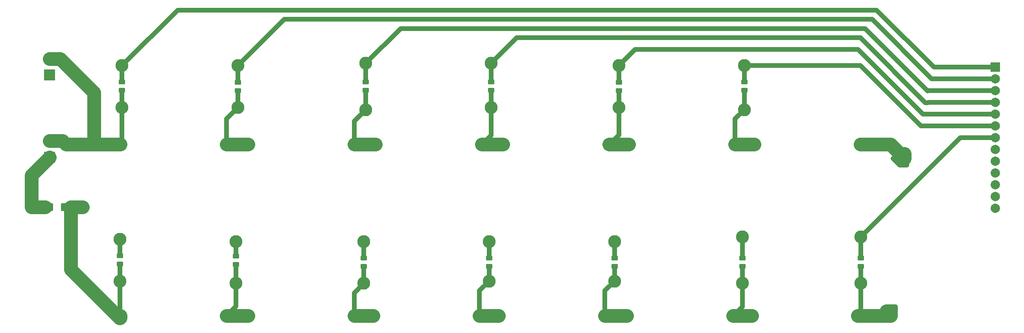
<source format=gbr>
%TF.GenerationSoftware,KiCad,Pcbnew,8.0.4*%
%TF.CreationDate,2024-09-08T23:33:26-07:00*%
%TF.ProjectId,FakePack,46616b65-5061-4636-9b2e-6b696361645f,rev?*%
%TF.SameCoordinates,Original*%
%TF.FileFunction,Copper,L1,Top*%
%TF.FilePolarity,Positive*%
%FSLAX46Y46*%
G04 Gerber Fmt 4.6, Leading zero omitted, Abs format (unit mm)*
G04 Created by KiCad (PCBNEW 8.0.4) date 2024-09-08 23:33:26*
%MOMM*%
%LPD*%
G01*
G04 APERTURE LIST*
G04 Aperture macros list*
%AMRoundRect*
0 Rectangle with rounded corners*
0 $1 Rounding radius*
0 $2 $3 $4 $5 $6 $7 $8 $9 X,Y pos of 4 corners*
0 Add a 4 corners polygon primitive as box body*
4,1,4,$2,$3,$4,$5,$6,$7,$8,$9,$2,$3,0*
0 Add four circle primitives for the rounded corners*
1,1,$1+$1,$2,$3*
1,1,$1+$1,$4,$5*
1,1,$1+$1,$6,$7*
1,1,$1+$1,$8,$9*
0 Add four rect primitives between the rounded corners*
20,1,$1+$1,$2,$3,$4,$5,0*
20,1,$1+$1,$4,$5,$6,$7,0*
20,1,$1+$1,$6,$7,$8,$9,0*
20,1,$1+$1,$8,$9,$2,$3,0*%
G04 Aperture macros list end*
%TA.AperFunction,ComponentPad*%
%ADD10R,2.400000X2.400000*%
%TD*%
%TA.AperFunction,ComponentPad*%
%ADD11C,2.400000*%
%TD*%
%TA.AperFunction,ComponentPad*%
%ADD12C,2.800000*%
%TD*%
%TA.AperFunction,SMDPad,CuDef*%
%ADD13RoundRect,0.250000X0.450000X-0.262500X0.450000X0.262500X-0.450000X0.262500X-0.450000X-0.262500X0*%
%TD*%
%TA.AperFunction,SMDPad,CuDef*%
%ADD14RoundRect,0.250000X-0.312500X-0.625000X0.312500X-0.625000X0.312500X0.625000X-0.312500X0.625000X0*%
%TD*%
%TA.AperFunction,ComponentPad*%
%ADD15O,2.400000X2.400000*%
%TD*%
%TA.AperFunction,ComponentPad*%
%ADD16R,2.000000X2.000000*%
%TD*%
%TA.AperFunction,ComponentPad*%
%ADD17C,2.000000*%
%TD*%
%TA.AperFunction,ViaPad*%
%ADD18C,1.000000*%
%TD*%
%TA.AperFunction,Conductor*%
%ADD19C,3.000000*%
%TD*%
%TA.AperFunction,Conductor*%
%ADD20C,1.000000*%
%TD*%
G04 APERTURE END LIST*
D10*
%TO.P,J3,1,Pin_1*%
%TO.N,GND*%
X23900000Y-28500000D03*
D11*
%TO.P,J3,2,Pin_2*%
%TO.N,Net-(J3-Pin_2)*%
X23900000Y-25000000D03*
%TD*%
D12*
%TO.P,TP3,1,1*%
%TO.N,Net-(R1-Pad2)*%
X64500000Y-35500000D03*
%TD*%
D13*
%TO.P,R17,1*%
%TO.N,Net-(R10-Pad1)*%
X118570000Y-69825000D03*
%TO.P,R17,2*%
%TO.N,Net-(J4-Pin_10)*%
X118570000Y-68000000D03*
%TD*%
%TO.P,R15,1*%
%TO.N,Net-(R11-Pad2)*%
X64070000Y-69412500D03*
%TO.P,R15,2*%
%TO.N,Net-(J4-Pin_12)*%
X64070000Y-67587500D03*
%TD*%
D12*
%TO.P,TP8,1,1*%
%TO.N,Net-(J4-Pin_4)*%
X119000000Y-26000000D03*
%TD*%
D14*
%TO.P,R13,1*%
%TO.N,GND*%
X24075000Y-57000000D03*
%TO.P,R13,2*%
%TO.N,Net-(R12-Pad2)*%
X27000000Y-57000000D03*
%TD*%
D12*
%TO.P,TP13,1,1*%
%TO.N,Net-(R20-Pad1)*%
X198570000Y-73500000D03*
%TD*%
D11*
%TO.P,R3,1*%
%TO.N,Net-(R2-Pad2)*%
X94140000Y-43500000D03*
D15*
%TO.P,R3,2*%
%TO.N,Net-(R23-Pad1)*%
X117000000Y-43500000D03*
%TD*%
D12*
%TO.P,TP26,1,1*%
%TO.N,Net-(J4-Pin_13)*%
X39070000Y-64000000D03*
%TD*%
D11*
%TO.P,R2,1*%
%TO.N,Net-(R1-Pad2)*%
X66640000Y-43500000D03*
D15*
%TO.P,R2,2*%
%TO.N,Net-(R2-Pad2)*%
X89500000Y-43500000D03*
%TD*%
D12*
%TO.P,TP4,1,1*%
%TO.N,Net-(J4-Pin_2)*%
X64500000Y-26500000D03*
%TD*%
%TO.P,TP2,1,1*%
%TO.N,Net-(J4-Pin_1)*%
X39500000Y-26500000D03*
%TD*%
D11*
%TO.P,R7,1*%
%TO.N,Net-(R20-Pad1)*%
X198000000Y-80500000D03*
D15*
%TO.P,R7,2*%
%TO.N,Net-(R19-Pad1)*%
X175140000Y-80500000D03*
%TD*%
D16*
%TO.P,J4,1,Pin_1*%
%TO.N,Net-(J4-Pin_1)*%
X227500000Y-26800000D03*
D17*
%TO.P,J4,2,Pin_2*%
%TO.N,Net-(J4-Pin_2)*%
X227500000Y-29340000D03*
%TO.P,J4,3,Pin_3*%
%TO.N,Net-(J4-Pin_3)*%
X227500000Y-31880000D03*
%TO.P,J4,4,Pin_4*%
%TO.N,Net-(J4-Pin_4)*%
X227500000Y-34420000D03*
%TO.P,J4,5,Pin_5*%
%TO.N,Net-(J4-Pin_5)*%
X227500000Y-36960000D03*
%TO.P,J4,6,Pin_6*%
%TO.N,Net-(J4-Pin_6)*%
X227500000Y-39500000D03*
%TO.P,J4,7,Pin_7*%
%TO.N,Net-(J4-Pin_7)*%
X227500000Y-42040000D03*
%TO.P,J4,8,Pin_8*%
%TO.N,Net-(J4-Pin_8)*%
X227500000Y-44580000D03*
%TO.P,J4,9,Pin_9*%
%TO.N,Net-(J4-Pin_9)*%
X227500000Y-47120000D03*
%TO.P,J4,10,Pin_10*%
%TO.N,Net-(J4-Pin_10)*%
X227500000Y-49660000D03*
%TO.P,J4,11,Pin_11*%
%TO.N,Net-(J4-Pin_11)*%
X227500000Y-52200000D03*
%TO.P,J4,12,Pin_12*%
%TO.N,Net-(J4-Pin_12)*%
X227500000Y-54740000D03*
%TO.P,J4,13,Pin_13*%
%TO.N,Net-(J4-Pin_13)*%
X227500000Y-57280000D03*
%TD*%
D12*
%TO.P,TP9,1,1*%
%TO.N,Net-(R22-Pad1)*%
X146500000Y-35500000D03*
%TD*%
%TO.P,TP23,1,1*%
%TO.N,Net-(R11-Pad2)*%
X64070000Y-73500000D03*
%TD*%
%TO.P,TP25,1,1*%
%TO.N,Net-(R12-Pad2)*%
X39070000Y-73000000D03*
%TD*%
D13*
%TO.P,R21,1*%
%TO.N,Net-(R21-Pad1)*%
X173500000Y-31825000D03*
%TO.P,R21,2*%
%TO.N,Net-(J4-Pin_6)*%
X173500000Y-30000000D03*
%TD*%
%TO.P,R14,1*%
%TO.N,Net-(R12-Pad2)*%
X39070000Y-69325000D03*
%TO.P,R14,2*%
%TO.N,Net-(J4-Pin_13)*%
X39070000Y-67500000D03*
%TD*%
D12*
%TO.P,TP15,1,1*%
%TO.N,Net-(R19-Pad1)*%
X173070000Y-73500000D03*
%TD*%
%TO.P,TP10,1,1*%
%TO.N,Net-(J4-Pin_5)*%
X146500000Y-26500000D03*
%TD*%
D13*
%TO.P,R19,1*%
%TO.N,Net-(R19-Pad1)*%
X173070000Y-69825000D03*
%TO.P,R19,2*%
%TO.N,Net-(J4-Pin_8)*%
X173070000Y-68000000D03*
%TD*%
%TO.P,R18,1*%
%TO.N,Net-(R18-Pad1)*%
X145570000Y-69825000D03*
%TO.P,R18,2*%
%TO.N,Net-(J4-Pin_9)*%
X145570000Y-68000000D03*
%TD*%
D12*
%TO.P,TP6,1,1*%
%TO.N,Net-(J4-Pin_3)*%
X92000000Y-26000000D03*
%TD*%
%TO.P,TP28,1,1*%
%TO.N,Net-(R12-Pad2)*%
X31000000Y-57000000D03*
%TD*%
D13*
%TO.P,R25,1*%
%TO.N,Net-(R1-Pad2)*%
X64500000Y-31912500D03*
%TO.P,R25,2*%
%TO.N,Net-(J4-Pin_2)*%
X64500000Y-30087500D03*
%TD*%
%TO.P,R23,1*%
%TO.N,Net-(R23-Pad1)*%
X119000000Y-31825000D03*
%TO.P,R23,2*%
%TO.N,Net-(J4-Pin_4)*%
X119000000Y-30000000D03*
%TD*%
%TO.P,R20,1*%
%TO.N,Net-(R20-Pad1)*%
X198570000Y-69825000D03*
%TO.P,R20,2*%
%TO.N,Net-(J4-Pin_7)*%
X198570000Y-68000000D03*
%TD*%
D11*
%TO.P,R9,1*%
%TO.N,Net-(R18-Pad1)*%
X143500000Y-80500000D03*
D15*
%TO.P,R9,2*%
%TO.N,Net-(R10-Pad1)*%
X120640000Y-80500000D03*
%TD*%
D12*
%TO.P,TP16,1,1*%
%TO.N,Net-(J4-Pin_8)*%
X173070000Y-63500000D03*
%TD*%
%TO.P,TP19,1,1*%
%TO.N,Net-(R10-Pad1)*%
X118570000Y-73000000D03*
%TD*%
D10*
%TO.P,J3,1,Pin_1*%
%TO.N,GND*%
X23900000Y-46250000D03*
D11*
%TO.P,J3,2,Pin_2*%
%TO.N,Net-(J3-Pin_2)*%
X23900000Y-42750000D03*
%TD*%
D13*
%TO.P,R22,1*%
%TO.N,Net-(R22-Pad1)*%
X146500000Y-31912500D03*
%TO.P,R22,2*%
%TO.N,Net-(J4-Pin_5)*%
X146500000Y-30087500D03*
%TD*%
%TO.P,R24,1*%
%TO.N,Net-(R2-Pad2)*%
X92000000Y-31825000D03*
%TO.P,R24,2*%
%TO.N,Net-(J4-Pin_3)*%
X92000000Y-30000000D03*
%TD*%
D12*
%TO.P,TP5,1,1*%
%TO.N,Net-(R2-Pad2)*%
X92000000Y-36000000D03*
%TD*%
%TO.P,TP24,1,1*%
%TO.N,Net-(J4-Pin_12)*%
X64070000Y-64500000D03*
%TD*%
D11*
%TO.P,R8,1*%
%TO.N,Net-(R19-Pad1)*%
X171070000Y-80500000D03*
D15*
%TO.P,R8,2*%
%TO.N,Net-(R18-Pad1)*%
X148210000Y-80500000D03*
%TD*%
D12*
%TO.P,TP21,1,1*%
%TO.N,Net-(R10-Pad2)*%
X91570000Y-73500000D03*
%TD*%
D11*
%TO.P,R1,1*%
%TO.N,Net-(J3-Pin_2)*%
X39140000Y-43500000D03*
D15*
%TO.P,R1,2*%
%TO.N,Net-(R1-Pad2)*%
X62000000Y-43500000D03*
%TD*%
D12*
%TO.P,TP22,1,1*%
%TO.N,Net-(J4-Pin_11)*%
X91570000Y-64500000D03*
%TD*%
D11*
%TO.P,R12,1*%
%TO.N,Net-(R11-Pad2)*%
X62000000Y-80500000D03*
D15*
%TO.P,R12,2*%
%TO.N,Net-(R12-Pad2)*%
X39140000Y-80500000D03*
%TD*%
D13*
%TO.P,R16,1*%
%TO.N,Net-(R10-Pad2)*%
X91570000Y-69825000D03*
%TO.P,R16,2*%
%TO.N,Net-(J4-Pin_11)*%
X91570000Y-68000000D03*
%TD*%
D11*
%TO.P,R4,1*%
%TO.N,Net-(R23-Pad1)*%
X121570000Y-43500000D03*
D15*
%TO.P,R4,2*%
%TO.N,Net-(R22-Pad1)*%
X144430000Y-43500000D03*
%TD*%
D12*
%TO.P,TP27,1,1*%
%TO.N,GND*%
X20000000Y-57000000D03*
%TD*%
%TO.P,TP1,1,1*%
%TO.N,Net-(J3-Pin_2)*%
X39500000Y-35500000D03*
%TD*%
%TO.P,TP7,1,1*%
%TO.N,Net-(R23-Pad1)*%
X119000000Y-35500000D03*
%TD*%
%TO.P,TP18,1,1*%
%TO.N,Net-(J4-Pin_9)*%
X145570000Y-64500000D03*
%TD*%
%TO.P,TP12,1,1*%
%TO.N,Net-(J4-Pin_6)*%
X173500000Y-26500000D03*
%TD*%
D11*
%TO.P,R6,1*%
%TO.N,Net-(R21-Pad1)*%
X175640000Y-43500000D03*
D15*
%TO.P,R6,2*%
%TO.N,Net-(R20-Pad1)*%
X198500000Y-43500000D03*
%TD*%
D13*
%TO.P,R26,1*%
%TO.N,Net-(J3-Pin_2)*%
X39500000Y-31825000D03*
%TO.P,R26,2*%
%TO.N,Net-(J4-Pin_1)*%
X39500000Y-30000000D03*
%TD*%
D11*
%TO.P,R5,1*%
%TO.N,Net-(R22-Pad1)*%
X148640000Y-43500000D03*
D15*
%TO.P,R5,2*%
%TO.N,Net-(R21-Pad1)*%
X171500000Y-43500000D03*
%TD*%
D12*
%TO.P,TP17,1,1*%
%TO.N,Net-(R18-Pad1)*%
X145570000Y-73000000D03*
%TD*%
%TO.P,TP11,1,1*%
%TO.N,Net-(R21-Pad1)*%
X173500000Y-36000000D03*
%TD*%
%TO.P,TP20,1,1*%
%TO.N,Net-(J4-Pin_10)*%
X118570000Y-64500000D03*
%TD*%
D11*
%TO.P,R11,1*%
%TO.N,Net-(R10-Pad2)*%
X89500000Y-80500000D03*
D15*
%TO.P,R11,2*%
%TO.N,Net-(R11-Pad2)*%
X66640000Y-80500000D03*
%TD*%
D12*
%TO.P,TP14,1,1*%
%TO.N,Net-(J4-Pin_7)*%
X198570000Y-63500000D03*
%TD*%
D11*
%TO.P,R10,1*%
%TO.N,Net-(R10-Pad1)*%
X116500000Y-80500000D03*
D15*
%TO.P,R10,2*%
%TO.N,Net-(R10-Pad2)*%
X93640000Y-80500000D03*
%TD*%
D18*
%TO.N,Net-(R20-Pad1)*%
X207000000Y-45500000D03*
X204000000Y-80500000D03*
X205000000Y-80500000D03*
X207000000Y-46500000D03*
X208000000Y-45500000D03*
X204000000Y-79500000D03*
X205000000Y-79500000D03*
X208000000Y-46500000D03*
%TD*%
D19*
%TO.N,Net-(J3-Pin_2)*%
X33500000Y-32300000D02*
X26200000Y-25000000D01*
X26200000Y-25000000D02*
X23900000Y-25000000D01*
X33500000Y-43500000D02*
X33500000Y-32300000D01*
X33500000Y-43500000D02*
X27500000Y-43500000D01*
X39140000Y-43500000D02*
X33500000Y-43500000D01*
X27500000Y-43500000D02*
X26750000Y-42750000D01*
X26750000Y-42750000D02*
X23900000Y-42750000D01*
D20*
X39500000Y-43140000D02*
X39140000Y-43500000D01*
X39500000Y-35500000D02*
X39500000Y-31825000D01*
X39500000Y-35500000D02*
X39500000Y-43140000D01*
D19*
%TO.N,GND*%
X20000000Y-50150000D02*
X23900000Y-46250000D01*
X20000000Y-57000000D02*
X23000000Y-57000000D01*
X20000000Y-57000000D02*
X20000000Y-50150000D01*
D20*
%TO.N,Net-(J4-Pin_5)*%
X198000000Y-23000000D02*
X150000000Y-23000000D01*
X150000000Y-23000000D02*
X146500000Y-26500000D01*
X146500000Y-30087500D02*
X146500000Y-26500000D01*
X211960000Y-36960000D02*
X198000000Y-23000000D01*
X227500000Y-36960000D02*
X211960000Y-36960000D01*
%TO.N,Net-(J4-Pin_6)*%
X198500000Y-26500000D02*
X211500000Y-39500000D01*
X173500000Y-26500000D02*
X198500000Y-26500000D01*
X173500000Y-30000000D02*
X173500000Y-26500000D01*
X211500000Y-39500000D02*
X227500000Y-39500000D01*
%TO.N,Net-(J4-Pin_7)*%
X198570000Y-68000000D02*
X198570000Y-63500000D01*
X220030000Y-42040000D02*
X198570000Y-63500000D01*
X227500000Y-42040000D02*
X220030000Y-42040000D01*
%TO.N,Net-(J4-Pin_8)*%
X173070000Y-68000000D02*
X173070000Y-63500000D01*
%TO.N,Net-(J4-Pin_10)*%
X118570000Y-68000000D02*
X118570000Y-64500000D01*
%TO.N,Net-(J4-Pin_1)*%
X202000000Y-14500000D02*
X51500000Y-14500000D01*
X39500000Y-30000000D02*
X39500000Y-26500000D01*
X51500000Y-14500000D02*
X39500000Y-26500000D01*
X227500000Y-26800000D02*
X214300000Y-26800000D01*
X214300000Y-26800000D02*
X202000000Y-14500000D01*
%TO.N,Net-(J4-Pin_2)*%
X213840000Y-29340000D02*
X201000000Y-16500000D01*
X74500000Y-16500000D02*
X64500000Y-26500000D01*
X227500000Y-29340000D02*
X213840000Y-29340000D01*
X64500000Y-30087500D02*
X64500000Y-26500000D01*
X201000000Y-16500000D02*
X74500000Y-16500000D01*
%TO.N,Net-(J4-Pin_9)*%
X145570000Y-68000000D02*
X145570000Y-64500000D01*
%TO.N,Net-(J4-Pin_4)*%
X198500000Y-20500000D02*
X124500000Y-20500000D01*
X213000000Y-34500000D02*
X212500000Y-34500000D01*
X212500000Y-34500000D02*
X198500000Y-20500000D01*
X213080000Y-34420000D02*
X213000000Y-34500000D01*
X227500000Y-34420000D02*
X213080000Y-34420000D01*
X119000000Y-30000000D02*
X119000000Y-26000000D01*
X124500000Y-20500000D02*
X119000000Y-26000000D01*
%TO.N,Net-(J4-Pin_12)*%
X64070000Y-67587500D02*
X64070000Y-64500000D01*
%TO.N,Net-(J4-Pin_3)*%
X199500000Y-18500000D02*
X99500000Y-18500000D01*
X213000000Y-32000000D02*
X199500000Y-18500000D01*
X227500000Y-31880000D02*
X213120000Y-31880000D01*
X92000000Y-30000000D02*
X92000000Y-26000000D01*
X213120000Y-31880000D02*
X213000000Y-32000000D01*
X99500000Y-18500000D02*
X92000000Y-26000000D01*
%TO.N,Net-(J4-Pin_13)*%
X39070000Y-67500000D02*
X39070000Y-64000000D01*
%TO.N,Net-(J4-Pin_11)*%
X91570000Y-68000000D02*
X91570000Y-64500000D01*
D19*
%TO.N,Net-(R1-Pad2)*%
X62000000Y-43500000D02*
X66640000Y-43500000D01*
D20*
X64500000Y-31912500D02*
X64500000Y-35500000D01*
X62000000Y-38000000D02*
X64500000Y-35500000D01*
X62000000Y-43500000D02*
X62000000Y-38000000D01*
%TO.N,Net-(R2-Pad2)*%
X89500000Y-43500000D02*
X89500000Y-38500000D01*
D19*
X89500000Y-43500000D02*
X94140000Y-43500000D01*
D20*
X89500000Y-38500000D02*
X92000000Y-36000000D01*
X92000000Y-36000000D02*
X92000000Y-31825000D01*
D19*
%TO.N,Net-(R23-Pad1)*%
X117000000Y-43500000D02*
X121570000Y-43500000D01*
D20*
X119000000Y-35500000D02*
X119000000Y-41500000D01*
X119000000Y-41500000D02*
X117000000Y-43500000D01*
X119000000Y-31825000D02*
X119000000Y-35500000D01*
%TO.N,Net-(R22-Pad1)*%
X146500000Y-35500000D02*
X146500000Y-41430000D01*
X146500000Y-41430000D02*
X144430000Y-43500000D01*
D19*
X144430000Y-43500000D02*
X148640000Y-43500000D01*
D20*
X146500000Y-35500000D02*
X146500000Y-31912500D01*
%TO.N,Net-(R21-Pad1)*%
X171500000Y-43500000D02*
X171500000Y-38000000D01*
D19*
X171500000Y-43500000D02*
X175640000Y-43500000D01*
D20*
X171500000Y-38000000D02*
X173500000Y-36000000D01*
X173500000Y-31825000D02*
X173500000Y-36000000D01*
%TO.N,Net-(R20-Pad1)*%
X205070000Y-78500000D02*
X204070000Y-79500000D01*
X206000000Y-78500000D02*
X205070000Y-78500000D01*
D19*
X202000000Y-80500000D02*
X197930000Y-80500000D01*
X208000000Y-45500000D02*
X208000000Y-46500000D01*
X198500000Y-43500000D02*
X205000000Y-43500000D01*
X204070000Y-80500000D02*
X204070000Y-79500000D01*
X204500000Y-80500000D02*
X204000000Y-80500000D01*
D20*
X204000000Y-78500000D02*
X202000000Y-80500000D01*
X198570000Y-69825000D02*
X198570000Y-73500000D01*
D19*
X205000000Y-43500000D02*
X207000000Y-45500000D01*
D20*
X207500000Y-48000000D02*
X207000000Y-47500000D01*
X205500000Y-46500000D02*
X207000000Y-48000000D01*
D19*
X205000000Y-80500000D02*
X202000000Y-80500000D01*
D20*
X207500000Y-48000000D02*
X208500000Y-48000000D01*
D19*
X207000000Y-45500000D02*
X208000000Y-45500000D01*
D20*
X207000000Y-48000000D02*
X207500000Y-48000000D01*
X207000000Y-47500000D02*
X207000000Y-45500000D01*
X198570000Y-79930000D02*
X198000000Y-80500000D01*
X206000000Y-78500000D02*
X204000000Y-78500000D01*
D19*
X208000000Y-46500000D02*
X207500000Y-46000000D01*
D20*
X198570000Y-73500000D02*
X198570000Y-79930000D01*
X208500000Y-48000000D02*
X208500000Y-47000000D01*
X206000000Y-80500000D02*
X206000000Y-78500000D01*
X205000000Y-80500000D02*
X206000000Y-80500000D01*
D19*
X207000000Y-45500000D02*
X207000000Y-45500000D01*
%TO.N,Net-(R19-Pad1)*%
X175140000Y-80500000D02*
X171070000Y-80500000D01*
D20*
X173070000Y-73500000D02*
X173070000Y-78500000D01*
X173070000Y-78500000D02*
X171070000Y-80500000D01*
X173070000Y-69825000D02*
X173070000Y-73500000D01*
%TO.N,Net-(R18-Pad1)*%
X145570000Y-69825000D02*
X145570000Y-73000000D01*
D19*
X148210000Y-80500000D02*
X143500000Y-80500000D01*
D20*
X143500000Y-75070000D02*
X145570000Y-73000000D01*
X143500000Y-80500000D02*
X143500000Y-75070000D01*
%TO.N,Net-(R10-Pad1)*%
X116500000Y-80500000D02*
X116500000Y-75070000D01*
X118570000Y-69825000D02*
X118570000Y-73000000D01*
X116500000Y-75070000D02*
X118570000Y-73000000D01*
D19*
X120640000Y-80500000D02*
X116500000Y-80500000D01*
D20*
%TO.N,Net-(R10-Pad2)*%
X89500000Y-75570000D02*
X91570000Y-73500000D01*
D19*
X93640000Y-80500000D02*
X89500000Y-80500000D01*
D20*
X89500000Y-80500000D02*
X89500000Y-75570000D01*
X91570000Y-69825000D02*
X91570000Y-73500000D01*
%TO.N,Net-(R11-Pad2)*%
X64070000Y-73500000D02*
X64070000Y-78430000D01*
X64070000Y-73500000D02*
X64070000Y-69412500D01*
X64070000Y-78430000D02*
X62000000Y-80500000D01*
D19*
X66640000Y-80500000D02*
X62000000Y-80500000D01*
%TO.N,Net-(R12-Pad2)*%
X39000000Y-81000000D02*
X28500000Y-70500000D01*
X28500000Y-57000000D02*
X31000000Y-57000000D01*
D20*
X39070000Y-80430000D02*
X39140000Y-80500000D01*
X39070000Y-73000000D02*
X39070000Y-69325000D01*
D19*
X39140000Y-80500000D02*
X39140000Y-80930000D01*
D20*
X39070000Y-73000000D02*
X39070000Y-80430000D01*
D19*
X39140000Y-80930000D02*
X39070000Y-81000000D01*
X28500000Y-70500000D02*
X28500000Y-57000000D01*
%TD*%
M02*

</source>
